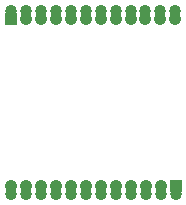
<source format=gbs>
G04*
G04 #@! TF.GenerationSoftware,Altium Limited,Altium Designer,21.0.3 (12)*
G04*
G04 Layer_Color=16711935*
%FSLAX24Y24*%
%MOIN*%
G70*
G04*
G04 #@! TF.SameCoordinates,1E16EE85-DA87-49D5-AC5D-84A0441416AD*
G04*
G04*
G04 #@! TF.FilePolarity,Negative*
G04*
G01*
G75*
%ADD38R,0.0418X0.0418*%
%ADD39O,0.0388X0.0418*%
%ADD40C,0.0418*%
D38*
X1040Y6820D02*
D03*
X6535Y1280D02*
D03*
D39*
X6031Y7095D02*
D03*
X5532D02*
D03*
X5033D02*
D03*
X4534D02*
D03*
X4035D02*
D03*
X3535D02*
D03*
X3036D02*
D03*
X2537D02*
D03*
X2038D02*
D03*
X1539D02*
D03*
X6530D02*
D03*
X1040D02*
D03*
X1544Y1005D02*
D03*
X2043D02*
D03*
X2542D02*
D03*
X3041D02*
D03*
X3540D02*
D03*
X4040D02*
D03*
X4539D02*
D03*
X5038D02*
D03*
X5537D02*
D03*
X6036D02*
D03*
X1045D02*
D03*
X6535D02*
D03*
D40*
X6530Y6820D02*
D03*
X6031D02*
D03*
X5532D02*
D03*
X5033D02*
D03*
X4534D02*
D03*
X4035D02*
D03*
X3535D02*
D03*
X3036D02*
D03*
X2537D02*
D03*
X2038D02*
D03*
X1539D02*
D03*
X1045Y1280D02*
D03*
X1544D02*
D03*
X2043D02*
D03*
X2542D02*
D03*
X3041D02*
D03*
X3540D02*
D03*
X4040D02*
D03*
X4539D02*
D03*
X5038D02*
D03*
X5537D02*
D03*
X6036D02*
D03*
M02*

</source>
